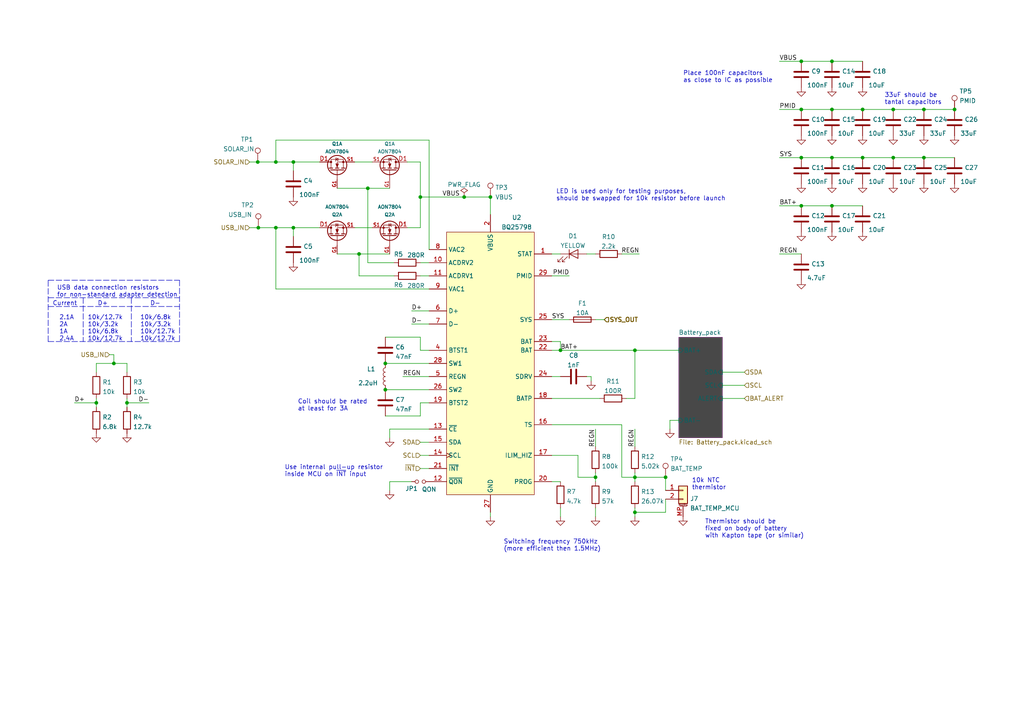
<source format=kicad_sch>
(kicad_sch (version 20210621) (generator eeschema)
  (paper "A4")
  (title_block (title "BUTCube - EPS") (date "2021-06-01") (rev "v1.0") (company "VUT - FIT(STRaDe) & FME(IAE & IPE)") (comment 1 "Author: Petr Malaník"))
  (lib_symbols
    (symbol "Connector:TestPoint" (pin_numbers hide) (pin_names (offset 0.762) hide)
      (property "Reference" "TP" (at 0 6.858 0))
      (property "Value" "TestPoint" (at 0 5.08 0))
      (symbol "TestPoint_0_1"
        (circle (center 0 3.302) (radius 0.762))
      )
      (symbol "TestPoint_1_1"
        (pin passive line (at 0 0 90) (length 2.54) (name "1") (number "1"))
      )
    )
    (symbol "Connector_Generic_MountingPin:Conn_01x02_MountingPin" (pin_names (offset 1.016) hide)
      (property "Reference" "J" (at 0 2.54 0))
      (property "Value" "Conn_01x02_MountingPin" (at 1.27 -5.08 0))
      (symbol "Conn_01x02_MountingPin_1_1"
        (text "Mounting" (at 0 -4.191 0) (effects (font (size 0.381 0.381))))
        (rectangle (start -1.27 -2.413) (end 0 -2.667) (stroke (width 0.1524)))
        (rectangle (start -1.27 0.127) (end 0 -0.127) (stroke (width 0.1524)))
        (rectangle (start -1.27 1.27) (end 1.27 -3.81) (stroke (width 0.254)) (fill (type background)))
        (polyline (pts (xy -1.016 -4.572) (xy 1.016 -4.572)) (stroke (width 0.1524)))
        (pin passive line (at -5.08 0 0) (length 3.81) (name "Pin_1") (number "1"))
        (pin passive line (at -5.08 -2.54 0) (length 3.81) (name "Pin_2") (number "2"))
        (pin passive line (at 0 -7.62 90) (length 3.048) (name "MountPin") (number "MP"))
      )
    )
    (symbol "Device:C" (pin_numbers hide) (pin_names (offset 0.254))
      (property "Reference" "C" (at 0.635 2.54 0))
      (property "Value" "C" (at 0.635 -2.54 0))
      (symbol "C_0_1"
        (polyline (pts (xy -2.032 -0.762) (xy 2.032 -0.762)) (stroke (width 0.508)))
        (polyline (pts (xy -2.032 0.762) (xy 2.032 0.762)) (stroke (width 0.508)))
      )
      (symbol "C_1_1"
        (pin passive line (at 0 3.81 270) (length 2.794) (name "~") (number "1"))
        (pin passive line (at 0 -3.81 90) (length 2.794) (name "~") (number "2"))
      )
    )
    (symbol "Device:Fuse" (pin_numbers hide) (pin_names (offset 0))
      (property "Reference" "F" (at 2.032 0 90))
      (property "Value" "Fuse" (at -1.905 0 90))
      (symbol "Fuse_0_1"
        (rectangle (start -0.762 -2.54) (end 0.762 2.54) (stroke (width 0.254)))
        (polyline (pts (xy 0 2.54) (xy 0 -2.54)))
      )
      (symbol "Fuse_1_1"
        (pin passive line (at 0 3.81 270) (length 1.27) (name "~") (number "1"))
        (pin passive line (at 0 -3.81 90) (length 1.27) (name "~") (number "2"))
      )
    )
    (symbol "Device:Jumper_NO_Small" (pin_numbers hide) (pin_names (offset 0.762) hide)
      (property "Reference" "JP" (at 0 2.032 0))
      (property "Value" "Jumper_NO_Small" (at 0.254 -1.524 0))
      (symbol "Jumper_NO_Small_0_1"
        (circle (center -1.016 0) (radius 0.508))
        (circle (center 1.016 0) (radius 0.508))
        (pin passive line (at -2.54 0 0) (length 1.016) (name "1") (number "1"))
        (pin passive line (at 2.54 0 180) (length 1.016) (name "2") (number "2"))
      )
    )
    (symbol "Device:L" (pin_numbers hide) (pin_names (offset 1.016) hide)
      (property "Reference" "L" (at -1.27 0 90))
      (property "Value" "L" (at 1.905 0 90))
      (symbol "L_0_1"
        (arc (start 0 -2.54) (end 0 -1.27) (radius (at 0 -1.905) (length 0.635) (angles -89.9 89.9)))
        (arc (start 0 -1.27) (end 0 0) (radius (at 0 -0.635) (length 0.635) (angles -89.9 89.9)))
        (arc (start 0 0) (end 0 1.27) (radius (at 0 0.635) (length 0.635) (angles -89.9 89.9)))
        (arc (start 0 1.27) (end 0 2.54) (radius (at 0 1.905) (length 0.635) (angles -89.9 89.9)))
      )
      (symbol "L_1_1"
        (pin passive line (at 0 3.81 270) (length 1.27) (name "1") (number "1"))
        (pin passive line (at 0 -3.81 90) (length 1.27) (name "2") (number "2"))
      )
    )
    (symbol "Device:LED" (pin_numbers hide) (pin_names (offset 1.016) hide)
      (property "Reference" "D" (at 0 2.54 0))
      (property "Value" "LED" (at 0 -2.54 0))
      (symbol "LED_0_1"
        (polyline (pts (xy -1.27 -1.27) (xy -1.27 1.27)) (stroke (width 0.2032)))
        (polyline (pts (xy -1.27 0) (xy 1.27 0)))
        (polyline (pts (xy 1.27 -1.27) (xy 1.27 1.27) (xy -1.27 0) (xy 1.27 -1.27)) (stroke (width 0.2032)))
        (polyline (pts (xy -3.048 -0.762) (xy -4.572 -2.286) (xy -3.81 -2.286) (xy -4.572 -2.286) (xy -4.572 -1.524)))
        (polyline (pts (xy -1.778 -0.762) (xy -3.302 -2.286) (xy -2.54 -2.286) (xy -3.302 -2.286) (xy -3.302 -1.524)))
      )
      (symbol "LED_1_1"
        (pin passive line (at -3.81 0 0) (length 2.54) (name "K") (number "1"))
        (pin passive line (at 3.81 0 180) (length 2.54) (name "A") (number "2"))
      )
    )
    (symbol "Device:R" (pin_numbers hide) (pin_names (offset 0))
      (property "Reference" "R" (at 2.032 0 90))
      (property "Value" "R" (at 0 0 90))
      (symbol "R_0_1"
        (rectangle (start -1.016 -2.54) (end 1.016 2.54) (stroke (width 0.254)))
      )
      (symbol "R_1_1"
        (pin passive line (at 0 3.81 270) (length 1.27) (name "~") (number "1"))
        (pin passive line (at 0 -3.81 90) (length 1.27) (name "~") (number "2"))
      )
    )
    (symbol "TCY_battery_management:BQ25798"
      (property "Reference" "U" (at 0 6.35 0))
      (property "Value" "BQ25798" (at 0 10.16 0))
      (symbol "BQ25798_0_1"
        (rectangle (start -12.7 38.1) (end 12.7 -38.1) (stroke (width 0.1524)) (fill (type background)))
      )
      (symbol "BQ25798_1_1"
        (pin output line (at 17.78 31.75 180) (length 5.08) (name "STAT") (number "1"))
        (pin output line (at -17.78 29.21 0) (length 5.08) (name "ACDRV2") (number "10"))
        (pin output line (at -17.78 25.4 0) (length 5.08) (name "ACDRV1") (number "11"))
        (pin input line (at -17.78 -34.29 0) (length 5.08) (name "~{QON}") (number "12"))
        (pin input line (at -17.78 -19.05 0) (length 5.08) (name "~{CE}") (number "13"))
        (pin input clock (at -17.78 -26.67 0) (length 5.08) (name "SCL") (number "14"))
        (pin bidirectional line (at -17.78 -22.86 0) (length 5.08) (name "SDA") (number "15"))
        (pin input line (at 17.78 -17.78 180) (length 5.08) (name "TS") (number "16"))
        (pin input line (at 17.78 -26.67 180) (length 5.08) (name "ILIM_HIZ") (number "17"))
        (pin input line (at 17.78 -10.16 180) (length 5.08) (name "BATP") (number "18"))
        (pin passive line (at -17.78 -11.43 0) (length 5.08) (name "BTST2") (number "19"))
        (pin power_in line (at 0 43.18 270) (length 5.08) (name "VBUS") (number "2"))
        (pin input line (at 17.78 -34.29 180) (length 5.08) (name "PROG") (number "20"))
        (pin output line (at -17.78 -30.48 0) (length 5.08) (name "~{INT}") (number "21"))
        (pin power_in line (at 17.78 3.81 180) (length 5.08) (name "BAT") (number "22"))
        (pin power_in line (at 17.78 6.35 180) (length 5.08) (name "BAT") (number "23"))
        (pin output line (at 17.78 -3.81 180) (length 5.08) (name "SDRV") (number "24"))
        (pin power_out line (at 17.78 12.7 180) (length 5.08) (name "SYS") (number "25"))
        (pin passive line (at -17.78 -7.62 0) (length 5.08) (name "SW2") (number "26"))
        (pin passive line (at 0 -43.18 90) (length 5.08) (name "GND") (number "27"))
        (pin passive line (at -17.78 0 0) (length 5.08) (name "SW1") (number "28"))
        (pin power_out line (at 17.78 25.4 180) (length 5.08) (name "PMID") (number "29"))
        (pin power_in line (at 0 43.18 270) (length 5.08) hide (name "VBUS") (number "3"))
        (pin passive line (at -17.78 3.81 0) (length 5.08) (name "BTST1") (number "4"))
        (pin passive line (at -17.78 -3.81 0) (length 5.08) (name "REGN") (number "5"))
        (pin bidirectional line (at -17.78 15.24 0) (length 5.08) (name "D+") (number "6"))
        (pin bidirectional line (at -17.78 11.43 0) (length 5.08) (name "D-") (number "7"))
        (pin power_in line (at -17.78 33.02 0) (length 5.08) (name "VAC2") (number "8"))
        (pin power_in line (at -17.78 21.59 0) (length 5.08) (name "VAC1") (number "9"))
      )
    )
    (symbol "TCY_transistors:AON7804" (pin_names hide)
      (property "Reference" "Q" (at 7.62 1.27 0))
      (property "Value" "AON7804" (at 7.62 -1.27 0))
      (symbol "AON7804_0_1"
        (circle (center 1.651 0) (radius 2.794) (stroke (width 0.254)))
        (circle (center 2.54 -1.778) (radius 0.254) (fill (type outline)))
        (circle (center 2.54 1.778) (radius 0.254) (fill (type outline)))
        (polyline (pts (xy 0.254 0) (xy -2.54 0)))
        (polyline (pts (xy 0.254 1.905) (xy 0.254 -1.905)) (stroke (width 0.254)))
        (polyline (pts (xy 0.762 -1.27) (xy 0.762 -2.286)) (stroke (width 0.254)))
        (polyline (pts (xy 0.762 0.508) (xy 0.762 -0.508)) (stroke (width 0.254)))
        (polyline (pts (xy 0.762 2.286) (xy 0.762 1.27)) (stroke (width 0.254)))
        (polyline (pts (xy 2.54 2.54) (xy 2.54 1.778)))
        (polyline (pts (xy 2.54 2.54) (xy 2.54 1.778)))
        (polyline (pts (xy 2.54 -2.54) (xy 2.54 0) (xy 0.762 0)))
        (polyline (pts (xy 0.762 -1.778) (xy 3.302 -1.778) (xy 3.302 1.778) (xy 0.762 1.778)))
        (polyline (pts (xy 2.794 0.508) (xy 2.921 0.381) (xy 3.683 0.381) (xy 3.81 0.254)))
        (polyline (pts (xy 3.302 0.381) (xy 2.921 -0.254) (xy 3.683 -0.254) (xy 3.302 0.381)))
        (polyline (pts (xy 1.016 0) (xy 2.032 0.381) (xy 2.032 -0.381) (xy 1.016 0)) (fill (type outline)))
      )
      (symbol "AON7804_1_1"
        (pin passive line (at 2.54 5.08 270) (length 2.54) (name "D2") (number "D1"))
        (pin passive line (at 2.54 5.08 270) (length 2.54) hide (name "D2") (number "D1"))
        (pin passive line (at -5.08 0 0) (length 2.54) (name "G1") (number "G1"))
        (pin passive line (at 2.54 -5.08 90) (length 2.54) (name "S") (number "S1"))
      )
      (symbol "AON7804_2_1"
        (pin passive line (at 2.54 5.08 270) (length 2.54) (name "D2") (number "D2"))
        (pin passive line (at 2.54 5.08 270) (length 2.54) hide (name "D2") (number "D2"))
        (pin passive line (at -5.08 0 0) (length 2.54) (name "G2") (number "G2"))
        (pin passive line (at 2.54 -5.08 90) (length 2.54) (name "S2") (number "S2"))
      )
    )
    (symbol "power:GND" (power) (pin_names (offset 0))
      (property "Value" "GND" (at 0 -3.81 0))
      (symbol "GND_0_1"
        (polyline (pts (xy 0 0) (xy 0 -1.27) (xy 1.27 -1.27) (xy 0 -2.54) (xy -1.27 -1.27) (xy 0 -1.27)))
      )
      (symbol "GND_1_1"
        (pin power_in line (at 0 0 270) (length 0) hide (name "GND") (number "1"))
      )
    )
    (symbol "power:PWR_FLAG" (power) (pin_numbers hide) (pin_names (offset 0) hide)
      (property "Value" "PWR_FLAG" (at 0 3.81 0))
      (symbol "PWR_FLAG_0_0"
        (pin power_out line (at 0 0 90) (length 0) (name "pwr") (number "1"))
      )
      (symbol "PWR_FLAG_0_1"
        (polyline (pts (xy 0 0) (xy 0 1.27) (xy -1.016 1.905) (xy 0 2.54) (xy 1.016 1.905) (xy 0 1.27)))
      )
    )
  )
  (junction (at 27.94 116.84) (diameter 0.9144))
  (junction (at 33.02 105.41) (diameter 0.9144))
  (junction (at 36.83 116.84) (diameter 0.9144))
  (junction (at 74.7583 46.99) (diameter 0.9144))
  (junction (at 74.93 66.04) (diameter 0.9144))
  (junction (at 80.01 46.99) (diameter 0.9144))
  (junction (at 80.01 66.04) (diameter 0.9144))
  (junction (at 85.09 46.99) (diameter 0.9144))
  (junction (at 85.09 66.04) (diameter 0.9144))
  (junction (at 104.14 73.66) (diameter 0.9144))
  (junction (at 106.68 54.61) (diameter 0.9144))
  (junction (at 111.76 105.41) (diameter 0.9144))
  (junction (at 111.76 113.03) (diameter 0.9144))
  (junction (at 121.92 57.15) (diameter 0.9144))
  (junction (at 134.62 57.15) (diameter 0.9144))
  (junction (at 142.24 57.15) (diameter 0.9144))
  (junction (at 162.56 101.6) (diameter 0.9144))
  (junction (at 172.72 138.43) (diameter 0.9144))
  (junction (at 184.15 101.6) (diameter 0.9144))
  (junction (at 184.15 138.43) (diameter 0.9144))
  (junction (at 184.15 148.59) (diameter 0.9144))
  (junction (at 193.04 138.43) (diameter 0.9144))
  (junction (at 232.41 17.78) (diameter 0.9144))
  (junction (at 232.41 31.75) (diameter 0.9144))
  (junction (at 232.41 45.72) (diameter 0.9144))
  (junction (at 232.41 59.69) (diameter 0.9144))
  (junction (at 241.3 17.78) (diameter 0.9144))
  (junction (at 241.3 31.75) (diameter 0.9144))
  (junction (at 241.3 45.72) (diameter 0.9144))
  (junction (at 241.3 59.69) (diameter 0.9144))
  (junction (at 250.19 31.75) (diameter 0.9144))
  (junction (at 250.19 45.72) (diameter 0.9144))
  (junction (at 259.08 31.75) (diameter 0.9144))
  (junction (at 259.08 45.72) (diameter 0.9144))
  (junction (at 267.97 31.75) (diameter 0.9144))
  (junction (at 267.97 45.72) (diameter 0.9144))
  (junction (at 276.86 31.75) (diameter 0.9144))
  (wire (pts (xy 21.59 116.84) (xy 27.94 116.84)))
  (wire (pts (xy 27.94 105.41) (xy 27.94 107.95)))
  (wire (pts (xy 27.94 115.57) (xy 27.94 116.84)))
  (wire (pts (xy 27.94 116.84) (xy 27.94 118.11)))
  (wire (pts (xy 31.75 102.87) (xy 33.02 102.87)))
  (wire (pts (xy 33.02 102.87) (xy 33.02 105.41)))
  (wire (pts (xy 33.02 105.41) (xy 27.94 105.41)))
  (wire (pts (xy 33.02 105.41) (xy 36.83 105.41)))
  (wire (pts (xy 36.83 105.41) (xy 36.83 107.95)))
  (wire (pts (xy 36.83 115.57) (xy 36.83 116.84)))
  (wire (pts (xy 36.83 116.84) (xy 36.83 118.11)))
  (wire (pts (xy 36.83 116.84) (xy 43.18 116.84)))
  (wire (pts (xy 72.39 46.99) (xy 74.7583 46.99)))
  (wire (pts (xy 72.39 66.04) (xy 74.93 66.04)))
  (wire (pts (xy 74.7583 46.99) (xy 80.01 46.99)))
  (wire (pts (xy 74.93 66.04) (xy 80.01 66.04)))
  (wire (pts (xy 80.01 40.64) (xy 80.01 46.99)))
  (wire (pts (xy 80.01 40.64) (xy 124.46 40.64)))
  (wire (pts (xy 80.01 46.99) (xy 85.09 46.99)))
  (wire (pts (xy 80.01 66.04) (xy 80.01 83.82)))
  (wire (pts (xy 80.01 66.04) (xy 85.09 66.04)))
  (wire (pts (xy 85.09 46.99) (xy 85.09 49.53)))
  (wire (pts (xy 85.09 46.99) (xy 92.71 46.99)))
  (wire (pts (xy 85.09 66.04) (xy 85.09 68.58)))
  (wire (pts (xy 85.09 66.04) (xy 92.71 66.04)))
  (wire (pts (xy 97.79 54.61) (xy 106.68 54.61)))
  (wire (pts (xy 97.79 73.66) (xy 104.14 73.66)))
  (wire (pts (xy 102.87 46.99) (xy 107.95 46.99)))
  (wire (pts (xy 102.87 66.04) (xy 107.95 66.04)))
  (wire (pts (xy 104.14 73.66) (xy 104.14 80.01)))
  (wire (pts (xy 104.14 73.66) (xy 113.03 73.66)))
  (wire (pts (xy 104.14 80.01) (xy 114.3 80.01)))
  (wire (pts (xy 106.68 54.61) (xy 106.68 76.2)))
  (wire (pts (xy 106.68 54.61) (xy 113.03 54.61)))
  (wire (pts (xy 106.68 76.2) (xy 114.3 76.2)))
  (wire (pts (xy 111.76 97.79) (xy 121.92 97.79)))
  (wire (pts (xy 111.76 105.41) (xy 124.46 105.41)))
  (wire (pts (xy 111.76 113.03) (xy 124.46 113.03)))
  (wire (pts (xy 111.76 120.65) (xy 121.92 120.65)))
  (wire (pts (xy 113.03 124.46) (xy 113.03 127)))
  (wire (pts (xy 113.03 139.7) (xy 113.03 142.24)))
  (wire (pts (xy 116.84 109.22) (xy 124.46 109.22)))
  (wire (pts (xy 118.11 46.99) (xy 121.92 46.99)))
  (wire (pts (xy 118.11 66.04) (xy 121.92 66.04)))
  (wire (pts (xy 119.38 90.17) (xy 124.46 90.17)))
  (wire (pts (xy 119.38 93.98) (xy 124.46 93.98)))
  (wire (pts (xy 119.38 139.7) (xy 113.03 139.7)))
  (wire (pts (xy 121.92 46.99) (xy 121.92 57.15)))
  (wire (pts (xy 121.92 57.15) (xy 134.62 57.15)))
  (wire (pts (xy 121.92 66.04) (xy 121.92 57.15)))
  (wire (pts (xy 121.92 76.2) (xy 124.46 76.2)))
  (wire (pts (xy 121.92 80.01) (xy 124.46 80.01)))
  (wire (pts (xy 121.92 101.6) (xy 121.92 97.79)))
  (wire (pts (xy 121.92 116.84) (xy 121.92 120.65)))
  (wire (pts (xy 121.92 128.27) (xy 124.46 128.27)))
  (wire (pts (xy 121.92 132.08) (xy 124.46 132.08)))
  (wire (pts (xy 121.92 135.89) (xy 124.46 135.89)))
  (wire (pts (xy 124.46 40.64) (xy 124.46 72.39)))
  (wire (pts (xy 124.46 83.82) (xy 80.01 83.82)))
  (wire (pts (xy 124.46 101.6) (xy 121.92 101.6)))
  (wire (pts (xy 124.46 116.84) (xy 121.92 116.84)))
  (wire (pts (xy 124.46 124.46) (xy 113.03 124.46)))
  (wire (pts (xy 134.62 57.15) (xy 142.24 57.15)))
  (wire (pts (xy 142.24 57.15) (xy 142.24 62.23)))
  (wire (pts (xy 142.24 148.59) (xy 142.24 149.86)))
  (wire (pts (xy 160.02 73.66) (xy 162.56 73.66)))
  (wire (pts (xy 160.02 80.01) (xy 165.1 80.01)))
  (wire (pts (xy 160.02 92.71) (xy 165.1 92.71)))
  (wire (pts (xy 160.02 99.06) (xy 162.56 99.06)))
  (wire (pts (xy 160.02 101.6) (xy 162.56 101.6)))
  (wire (pts (xy 160.02 109.22) (xy 162.56 109.22)))
  (wire (pts (xy 160.02 115.57) (xy 173.99 115.57)))
  (wire (pts (xy 160.02 123.19) (xy 180.34 123.19)))
  (wire (pts (xy 160.02 139.7) (xy 162.56 139.7)))
  (wire (pts (xy 162.56 99.06) (xy 162.56 101.6)))
  (wire (pts (xy 162.56 101.6) (xy 184.15 101.6)))
  (wire (pts (xy 162.56 147.32) (xy 162.56 149.86)))
  (wire (pts (xy 167.64 132.08) (xy 160.02 132.08)))
  (wire (pts (xy 167.64 138.43) (xy 167.64 132.08)))
  (wire (pts (xy 167.64 138.43) (xy 172.72 138.43)))
  (wire (pts (xy 170.18 73.66) (xy 172.72 73.66)))
  (wire (pts (xy 170.18 109.22) (xy 171.45 109.22)))
  (wire (pts (xy 171.45 109.22) (xy 171.45 110.49)))
  (wire (pts (xy 172.72 92.71) (xy 175.26 92.71)))
  (wire (pts (xy 172.72 124.46) (xy 172.72 129.54)))
  (wire (pts (xy 172.72 137.16) (xy 172.72 138.43)))
  (wire (pts (xy 172.72 138.43) (xy 172.72 139.7)))
  (wire (pts (xy 172.72 147.32) (xy 172.72 149.86)))
  (wire (pts (xy 180.34 73.66) (xy 185.42 73.66)))
  (wire (pts (xy 180.34 138.43) (xy 180.34 123.19)))
  (wire (pts (xy 181.61 115.57) (xy 184.15 115.57)))
  (wire (pts (xy 184.15 101.6) (xy 196.85 101.6)))
  (wire (pts (xy 184.15 115.57) (xy 184.15 101.6)))
  (wire (pts (xy 184.15 124.46) (xy 184.15 129.54)))
  (wire (pts (xy 184.15 137.16) (xy 184.15 138.43)))
  (wire (pts (xy 184.15 138.43) (xy 180.34 138.43)))
  (wire (pts (xy 184.15 138.43) (xy 184.15 139.7)))
  (wire (pts (xy 184.15 138.43) (xy 193.04 138.43)))
  (wire (pts (xy 184.15 147.32) (xy 184.15 148.59)))
  (wire (pts (xy 184.15 148.59) (xy 184.15 149.86)))
  (wire (pts (xy 184.15 148.59) (xy 193.04 148.59)))
  (wire (pts (xy 193.04 142.24) (xy 193.04 138.43)))
  (wire (pts (xy 193.04 144.78) (xy 193.04 148.59)))
  (wire (pts (xy 194.31 121.92) (xy 194.31 124.46)))
  (wire (pts (xy 196.85 121.92) (xy 194.31 121.92)))
  (wire (pts (xy 209.55 107.95) (xy 215.9 107.95)))
  (wire (pts (xy 209.55 111.76) (xy 215.9 111.76)))
  (wire (pts (xy 209.55 115.57) (xy 215.9 115.57)))
  (wire (pts (xy 226.06 17.78) (xy 232.41 17.78)))
  (wire (pts (xy 226.06 31.75) (xy 232.41 31.75)))
  (wire (pts (xy 226.06 45.72) (xy 232.41 45.72)))
  (wire (pts (xy 226.06 59.69) (xy 232.41 59.69)))
  (wire (pts (xy 226.06 73.66) (xy 232.41 73.66)))
  (wire (pts (xy 232.41 17.78) (xy 241.3 17.78)))
  (wire (pts (xy 232.41 31.75) (xy 241.3 31.75)))
  (wire (pts (xy 232.41 45.72) (xy 241.3 45.72)))
  (wire (pts (xy 232.41 59.69) (xy 241.3 59.69)))
  (wire (pts (xy 241.3 17.78) (xy 250.19 17.78)))
  (wire (pts (xy 241.3 31.75) (xy 250.19 31.75)))
  (wire (pts (xy 241.3 45.72) (xy 250.19 45.72)))
  (wire (pts (xy 241.3 59.69) (xy 250.19 59.69)))
  (wire (pts (xy 250.19 31.75) (xy 259.08 31.75)))
  (wire (pts (xy 250.19 45.72) (xy 259.08 45.72)))
  (wire (pts (xy 259.08 31.75) (xy 267.97 31.75)))
  (wire (pts (xy 259.08 45.72) (xy 267.97 45.72)))
  (wire (pts (xy 267.97 31.75) (xy 276.86 31.75)))
  (wire (pts (xy 267.97 45.72) (xy 276.86 45.72)))
  (polyline (pts (xy 13.97 81.28) (xy 52.07 81.28)) (stroke (width 0) (type dash)))
  (polyline (pts (xy 13.97 86.36) (xy 52.07 86.36)) (stroke (width 0) (type dash)))
  (polyline (pts (xy 13.97 88.9) (xy 52.07 88.9)) (stroke (width 0) (type dash)))
  (polyline (pts (xy 13.97 99.06) (xy 13.97 81.28)) (stroke (width 0) (type dash)))
  (polyline (pts (xy 13.97 99.06) (xy 52.07 99.06)) (stroke (width 0) (type dash)))
  (polyline (pts (xy 24.13 86.36) (xy 24.13 99.06)) (stroke (width 0) (type dash)))
  (polyline (pts (xy 38.1 86.36) (xy 38.1 99.06)) (stroke (width 0) (type dash)))
  (polyline (pts (xy 52.07 81.28) (xy 52.07 99.06)) (stroke (width 0) (type dash)))
  (text "Current\n\n  2.1A\n  2A\n  1A\n  2.4A" (at 15.24 99.06 0) (effects (font (size 1.27 1.27)) (justify left bottom)))
  (text "USB data connection resistors\nfor non-standard adapter detection" (at 16.51 86.36 0) (effects (font (size 1.27 1.27)) (justify left bottom)))
  (text "   D+\n\n10k/12.7k\n10k/3.2k\n10k/6.8k\n10k/12.7k" (at 25.4 99.06 0) (effects (font (size 1.27 1.27)) (justify left bottom)))
  (text "   D-\n\n10k/6.8k\n10k/3.2k\n10k/12.7k\n10k/12.7k" (at 40.64 99.06 0) (effects (font (size 1.27 1.27)) (justify left bottom)))
  (text "Use internal pull-up resistor\ninside MCU on ~{INT} input" (at 82.55 138.43 0) (effects (font (size 1.27 1.27)) (justify left bottom)))
  (text "Coil should be rated\nat least for 3A" (at 86.36 119.38 0) (effects (font (size 1.27 1.27)) (justify left bottom)))
  (text "Switching frequency 750kHz\n(more efficient then 1.5MHz)" (at 146.05 160.02 0) (effects (font (size 1.27 1.27)) (justify left bottom)))
  (text "LED is used only for testing purposes,\nshould be swapped for 10k resistor before launch" (at 161.29 58.42 0) (effects (font (size 1.27 1.27)) (justify left bottom)))
  (text "Place 100nF capacitors\nas close to IC as possible" (at 198.12 24.13 0) (effects (font (size 1.27 1.27)) (justify left bottom)))
  (text "10k NTC\nthermistor" (at 200.66 142.24 0) (effects (font (size 1.27 1.27)) (justify left bottom)))
  (text "Thermistor should be\nfixed on body of battery\nwith Kapton tape (or similar)" (at 204.47 156.21 0) (effects (font (size 1.27 1.27)) (justify left bottom)))
  (text "33uF should be\ntantal capacitors" (at 256.54 30.48 0) (effects (font (size 1.27 1.27)) (justify left bottom)))
  (label "D+" (at 21.59 116.84 0))
  (label "D-" (at 43.18 116.84 180))
  (label "REGN" (at 116.84 109.22 0))
  (label "D+" (at 119.38 90.17 0))
  (label "D-" (at 119.38 93.98 0))
  (label "VBUS" (at 128.27 57.15 0))
  (label "SYS" (at 160.02 92.71 0))
  (label "BAT+" (at 162.56 101.6 0))
  (label "PMID" (at 165.1 80.01 180))
  (label "REGN" (at 172.72 124.46 270))
  (label "REGN" (at 184.15 124.46 270))
  (label "REGN" (at 185.42 73.66 180))
  (label "VBUS" (at 226.06 17.78 0))
  (label "PMID" (at 226.06 31.75 0))
  (label "SYS" (at 226.06 45.72 0))
  (label "BAT+" (at 226.06 59.69 0))
  (label "REGN" (at 226.06 73.66 0))
  (hierarchical_label "USB_IN" (shape input) (at 31.75 102.87 180))
  (hierarchical_label "SOLAR_IN" (shape input) (at 72.39 46.99 180))
  (hierarchical_label "USB_IN" (shape input) (at 72.39 66.04 180))
  (hierarchical_label "SDA" (shape input) (at 121.92 128.27 180))
  (hierarchical_label "SCL" (shape input) (at 121.92 132.08 180))
  (hierarchical_label "~{INT}" (shape input) (at 121.92 135.89 180))
  (hierarchical_label "SYS_OUT" (shape input) (at 175.26 92.71 0) (effects (font (thickness 0.254))))
  (hierarchical_label "SDA" (shape input) (at 215.9 107.95 0))
  (hierarchical_label "SCL" (shape input) (at 215.9 111.76 0))
  (hierarchical_label "BAT_ALERT" (shape input) (at 215.9 115.57 0))
  (symbol (lib_id "power:PWR_FLAG") (at 134.62 57.15 0)
    (property "Reference" "#FLG02" (effects hide))
    (property "Value" "PWR_FLAG" (at 134.62 53.5454 0))
  )
  (symbol (lib_id "Device:Jumper_NO_Small") (at 121.92 139.7 0)
    (property "Reference" "JP1" (at 119.38 141.7024 0))
    (property "Value" "QON" (at 124.46 141.9375 0))
    (property "Footprint" "Jumper:SolderJumper-2_P1.3mm_Open_RoundedPad1.0x1.5mm" (effects hide))
  )
  (symbol (lib_id "Connector:TestPoint") (at 74.7583 46.99 0)
    (property "Reference" "TP1" (at 69.8054 40.43 0) (effects (justify left)))
    (property "Value" "SOLAR_IN" (at 64.7254 43.2051 0) (effects (justify left)))
    (property "Footprint" "TCY_connectors:TestPoint_Pad_D0.5mm" (effects hide))
  )
  (symbol (lib_id "Connector:TestPoint") (at 74.93 66.04 0)
    (property "Reference" "TP2" (at 69.9771 59.48 0) (effects (justify left)))
    (property "Value" "USB_IN" (at 66.1671 62.2551 0) (effects (justify left)))
    (property "Footprint" "TCY_connectors:TestPoint_Pad_D0.5mm" (effects hide))
  )
  (symbol (lib_id "Connector:TestPoint") (at 142.24 57.15 0)
    (property "Reference" "TP3" (at 143.6371 54.4 0) (effects (justify left)))
    (property "Value" "VBUS" (at 143.6371 57.1751 0) (effects (justify left)))
    (property "Footprint" "TCY_connectors:TestPoint_Pad_D0.5mm" (effects hide))
  )
  (symbol (lib_id "Connector:TestPoint") (at 193.04 138.43 0)
    (property "Reference" "TP4" (at 194.4371 133.14 0) (effects (justify left)))
    (property "Value" "BAT_TEMP" (at 194.4371 135.9151 0) (effects (justify left)))
    (property "Footprint" "TCY_connectors:TestPoint_Pad_D0.5mm" (effects hide))
  )
  (symbol (lib_id "Connector:TestPoint") (at 276.86 31.75 0)
    (property "Reference" "TP5" (at 278.2571 26.46 0) (effects (justify left)))
    (property "Value" "PMID" (at 278.2571 29.2351 0) (effects (justify left)))
    (property "Footprint" "TCY_connectors:TestPoint_Pad_D0.5mm" (effects hide))
  )
  (symbol (lib_id "power:GND") (at 27.94 125.73 0)
    (property "Reference" "#PWR021" (effects hide))
    (property "Value" "GND" (effects hide))
  )
  (symbol (lib_id "power:GND") (at 36.83 125.73 0)
    (property "Reference" "#PWR022" (effects hide))
    (property "Value" "GND" (effects hide))
  )
  (symbol (lib_id "power:GND") (at 85.09 57.15 0)
    (property "Reference" "#PWR023" (effects hide))
    (property "Value" "GND" (effects hide))
  )
  (symbol (lib_id "power:GND") (at 85.09 76.2 0)
    (property "Reference" "#PWR024" (effects hide))
    (property "Value" "GND" (effects hide))
  )
  (symbol (lib_id "power:GND") (at 113.03 127 0)
    (property "Reference" "#PWR025" (effects hide))
    (property "Value" "GND" (effects hide))
  )
  (symbol (lib_id "power:GND") (at 113.03 142.24 0)
    (property "Reference" "#PWR026" (effects hide))
    (property "Value" "GND" (effects hide))
  )
  (symbol (lib_id "power:GND") (at 142.24 149.86 0)
    (property "Reference" "#PWR027" (effects hide))
    (property "Value" "GND" (effects hide))
  )
  (symbol (lib_id "power:GND") (at 162.56 149.86 0)
    (property "Reference" "#PWR028" (effects hide))
    (property "Value" "GND" (effects hide))
  )
  (symbol (lib_id "power:GND") (at 171.45 110.49 0)
    (property "Reference" "#PWR029" (effects hide))
    (property "Value" "GND" (effects hide))
  )
  (symbol (lib_id "power:GND") (at 172.72 149.86 0)
    (property "Reference" "#PWR030" (effects hide))
    (property "Value" "GND" (effects hide))
  )
  (symbol (lib_id "power:GND") (at 184.15 149.86 0)
    (property "Reference" "#PWR031" (effects hide))
    (property "Value" "GND" (effects hide))
  )
  (symbol (lib_id "power:GND") (at 194.31 124.46 0)
    (property "Reference" "#PWR032" (effects hide))
    (property "Value" "GND" (effects hide))
  )
  (symbol (lib_id "power:GND") (at 198.12 149.86 0)
    (property "Reference" "#PWR033" (effects hide))
    (property "Value" "GND" (effects hide))
  )
  (symbol (lib_id "power:GND") (at 232.41 25.4 0)
    (property "Reference" "#PWR034" (effects hide))
    (property "Value" "GND" (effects hide))
  )
  (symbol (lib_id "power:GND") (at 232.41 39.37 0)
    (property "Reference" "#PWR035" (effects hide))
    (property "Value" "GND" (effects hide))
  )
  (symbol (lib_id "power:GND") (at 232.41 53.34 0)
    (property "Reference" "#PWR036" (effects hide))
    (property "Value" "GND" (effects hide))
  )
  (symbol (lib_id "power:GND") (at 232.41 67.31 0)
    (property "Reference" "#PWR037" (effects hide))
    (property "Value" "GND" (effects hide))
  )
  (symbol (lib_id "power:GND") (at 232.41 81.28 0)
    (property "Reference" "#PWR038" (effects hide))
    (property "Value" "GND" (effects hide))
  )
  (symbol (lib_id "power:GND") (at 241.3 25.4 0)
    (property "Reference" "#PWR039" (effects hide))
    (property "Value" "GND" (effects hide))
  )
  (symbol (lib_id "power:GND") (at 241.3 39.37 0)
    (property "Reference" "#PWR040" (effects hide))
    (property "Value" "GND" (effects hide))
  )
  (symbol (lib_id "power:GND") (at 241.3 53.34 0)
    (property "Reference" "#PWR041" (effects hide))
    (property "Value" "GND" (effects hide))
  )
  (symbol (lib_id "power:GND") (at 241.3 67.31 0)
    (property "Reference" "#PWR042" (effects hide))
    (property "Value" "GND" (effects hide))
  )
  (symbol (lib_id "power:GND") (at 250.19 25.4 0)
    (property "Reference" "#PWR043" (effects hide))
    (property "Value" "GND" (effects hide))
  )
  (symbol (lib_id "power:GND") (at 250.19 39.37 0)
    (property "Reference" "#PWR044" (effects hide))
    (property "Value" "GND" (effects hide))
  )
  (symbol (lib_id "power:GND") (at 250.19 53.34 0)
    (property "Reference" "#PWR045" (effects hide))
    (property "Value" "GND" (effects hide))
  )
  (symbol (lib_id "power:GND") (at 250.19 67.31 0)
    (property "Reference" "#PWR046" (effects hide))
    (property "Value" "GND" (effects hide))
  )
  (symbol (lib_id "power:GND") (at 259.08 39.37 0)
    (property "Reference" "#PWR047" (effects hide))
    (property "Value" "GND" (effects hide))
  )
  (symbol (lib_id "power:GND") (at 259.08 53.34 0)
    (property "Reference" "#PWR048" (effects hide))
    (property "Value" "GND" (effects hide))
  )
  (symbol (lib_id "power:GND") (at 267.97 39.37 0)
    (property "Reference" "#PWR049" (effects hide))
    (property "Value" "GND" (effects hide))
  )
  (symbol (lib_id "power:GND") (at 267.97 53.34 0)
    (property "Reference" "#PWR050" (effects hide))
    (property "Value" "GND" (effects hide))
  )
  (symbol (lib_id "power:GND") (at 276.86 39.37 0)
    (property "Reference" "#PWR051" (effects hide))
    (property "Value" "GND" (effects hide))
  )
  (symbol (lib_id "power:GND") (at 276.86 53.34 0)
    (property "Reference" "#PWR052" (effects hide))
    (property "Value" "GND" (effects hide))
  )
  (symbol (lib_id "Device:L") (at 111.76 109.22 180)
    (property "Reference" "L1" (at 106.4261 107.0415 0) (effects (justify right)))
    (property "Value" "2.2uH" (at 103.8861 111.0866 0) (effects (justify right)))
    (property "Footprint" "Inductor_SMD:L_Taiyo-Yuden_MD-5050" (effects hide))
  )
  (symbol (lib_id "Device:Fuse") (at 168.91 92.71 90)
    (property "Reference" "F1" (at 168.91 87.9814 90))
    (property "Value" "10A" (at 168.91 90.7565 90))
    (property "Footprint" "Fuse:Fuse_1206_3216Metric" (effects hide))
  )
  (symbol (lib_id "Device:R") (at 27.94 111.76 0)
    (property "Reference" "R1" (at 29.7181 110.8515 0) (effects (justify left)))
    (property "Value" "10k" (at 29.7181 113.6266 0) (effects (justify left)))
    (property "Footprint" "TCY_passives:R_0603_1608Metric" (effects hide))
  )
  (symbol (lib_id "Device:R") (at 27.94 121.92 0)
    (property "Reference" "R2" (at 29.7181 121.0115 0) (effects (justify left)))
    (property "Value" "6.8k" (at 29.7181 123.7866 0) (effects (justify left)))
    (property "Footprint" "TCY_passives:R_0603_1608Metric" (effects hide))
  )
  (symbol (lib_id "Device:R") (at 36.83 111.76 0)
    (property "Reference" "R3" (at 38.6081 110.8515 0) (effects (justify left)))
    (property "Value" "10k" (at 38.6081 113.6266 0) (effects (justify left)))
    (property "Footprint" "TCY_passives:R_0603_1608Metric" (effects hide))
  )
  (symbol (lib_id "Device:R") (at 36.83 121.92 0)
    (property "Reference" "R4" (at 38.6081 121.0115 0) (effects (justify left)))
    (property "Value" "12.7k" (at 38.6081 123.7866 0) (effects (justify left)))
    (property "Footprint" "TCY_passives:R_0603_1608Metric" (effects hide))
  )
  (symbol (lib_id "Device:R") (at 118.11 76.2 90)
    (property "Reference" "R5" (at 115.57 73.7574 90))
    (property "Value" "280R" (at 120.65 73.9925 90))
    (property "Footprint" "TCY_passives:R_0603_1608Metric" (effects hide))
  )
  (symbol (lib_id "Device:R") (at 118.11 80.01 90)
    (property "Reference" "R6" (at 115.57 82.6474 90))
    (property "Value" "280R" (at 120.65 82.8825 90))
    (property "Footprint" "TCY_passives:R_0603_1608Metric" (effects hide))
  )
  (symbol (lib_id "Device:R") (at 162.56 143.51 0)
    (property "Reference" "R7" (at 164.3381 142.6015 0) (effects (justify left)))
    (property "Value" "4.7k" (at 164.3381 145.3766 0) (effects (justify left)))
    (property "Footprint" "TCY_passives:R_0603_1608Metric" (effects hide))
  )
  (symbol (lib_id "Device:R") (at 172.72 133.35 0)
    (property "Reference" "R8" (at 174.4981 132.4415 0) (effects (justify left)))
    (property "Value" "100k" (at 174.4981 135.2166 0) (effects (justify left)))
    (property "Footprint" "TCY_passives:R_0603_1608Metric" (effects hide))
  )
  (symbol (lib_id "Device:R") (at 172.72 143.51 0)
    (property "Reference" "R9" (at 174.4981 142.6015 0) (effects (justify left)))
    (property "Value" "57k" (at 174.4981 145.3766 0) (effects (justify left)))
    (property "Footprint" "TCY_passives:R_0603_1608Metric" (effects hide))
  )
  (symbol (lib_id "Device:R") (at 176.53 73.66 90)
    (property "Reference" "R10" (at 176.53 68.6774 90))
    (property "Value" "2.2k" (at 176.53 71.4525 90))
    (property "Footprint" "TCY_passives:R_0603_1608Metric" (effects hide))
  )
  (symbol (lib_id "Device:R") (at 177.8 115.57 90)
    (property "Reference" "R11" (at 177.8 110.5874 90))
    (property "Value" "100R" (at 177.8 113.3625 90))
    (property "Footprint" "TCY_passives:R_0603_1608Metric" (effects hide))
  )
  (symbol (lib_id "Device:R") (at 184.15 133.35 0)
    (property "Reference" "R12" (at 185.9281 132.4415 0) (effects (justify left)))
    (property "Value" "5.02k" (at 185.9281 135.2166 0) (effects (justify left)))
    (property "Footprint" "TCY_passives:R_0603_1608Metric" (effects hide))
  )
  (symbol (lib_id "Device:R") (at 184.15 143.51 0)
    (property "Reference" "R13" (at 185.9281 142.6015 0) (effects (justify left)))
    (property "Value" "26.07k" (at 185.9281 145.3766 0) (effects (justify left)))
    (property "Footprint" "TCY_passives:R_0603_1608Metric" (effects hide))
  )
  (symbol (lib_id "Device:LED") (at 166.37 73.66 0)
    (property "Reference" "D1" (at 166.1795 68.4488 0))
    (property "Value" "YELLOW" (at 166.1795 71.2239 0))
    (property "Footprint" "LED_SMD:LED_0603_1608Metric_Castellated" (effects hide))
  )
  (symbol (lib_id "Device:C") (at 85.09 53.34 0)
    (property "Reference" "C4" (at 88.0111 52.4315 0) (effects (justify left)))
    (property "Value" "100nF" (at 86.7411 56.4766 0) (effects (justify left)))
    (property "Footprint" "TCY_passives:C_0603_1608Metric" (effects hide))
  )
  (symbol (lib_id "Device:C") (at 85.09 72.39 0)
    (property "Reference" "C5" (at 88.0111 71.4815 0) (effects (justify left)))
    (property "Value" "100nF" (at 86.7411 75.5266 0) (effects (justify left)))
    (property "Footprint" "TCY_passives:C_0603_1608Metric" (effects hide))
  )
  (symbol (lib_id "Device:C") (at 111.76 101.6 0)
    (property "Reference" "C6" (at 114.6811 100.6915 0) (effects (justify left)))
    (property "Value" "47nF" (at 114.6811 103.4666 0) (effects (justify left)))
    (property "Footprint" "TCY_passives:C_0603_1608Metric" (effects hide))
  )
  (symbol (lib_id "Device:C") (at 111.76 116.84 0)
    (property "Reference" "C7" (at 114.6811 115.9315 0) (effects (justify left)))
    (property "Value" "47nF" (at 114.6811 118.7066 0) (effects (justify left)))
    (property "Footprint" "TCY_passives:C_0603_1608Metric" (effects hide))
  )
  (symbol (lib_id "Device:C") (at 166.37 109.22 90)
    (property "Reference" "C8" (at 166.37 103.0944 90))
    (property "Value" "1nF" (at 166.37 105.8695 90))
    (property "Footprint" "TCY_passives:C_0603_1608Metric" (effects hide))
  )
  (symbol (lib_id "Device:C") (at 232.41 21.59 0)
    (property "Reference" "C9" (at 235.3311 20.6815 0) (effects (justify left)))
    (property "Value" "100nF" (at 234.0611 24.7266 0) (effects (justify left)))
    (property "Footprint" "TCY_passives:C_0603_1608Metric" (effects hide))
  )
  (symbol (lib_id "Device:C") (at 232.41 35.56 0)
    (property "Reference" "C10" (at 235.3311 34.6515 0) (effects (justify left)))
    (property "Value" "100nF" (at 234.0611 38.6966 0) (effects (justify left)))
    (property "Footprint" "TCY_passives:C_0603_1608Metric" (effects hide))
  )
  (symbol (lib_id "Device:C") (at 232.41 49.53 0)
    (property "Reference" "C11" (at 235.3311 48.6215 0) (effects (justify left)))
    (property "Value" "100nF" (at 234.0611 52.6666 0) (effects (justify left)))
    (property "Footprint" "TCY_passives:C_0603_1608Metric" (effects hide))
  )
  (symbol (lib_id "Device:C") (at 232.41 63.5 0)
    (property "Reference" "C12" (at 235.3311 62.5915 0) (effects (justify left)))
    (property "Value" "100nF" (at 234.0611 66.6366 0) (effects (justify left)))
    (property "Footprint" "TCY_passives:C_0603_1608Metric" (effects hide))
  )
  (symbol (lib_id "Device:C") (at 232.41 77.47 0)
    (property "Reference" "C13" (at 235.3311 76.5615 0) (effects (justify left)))
    (property "Value" "4.7uF" (at 234.0611 80.6066 0) (effects (justify left)))
    (property "Footprint" "TCY_passives:C_0603_1608Metric" (effects hide))
  )
  (symbol (lib_id "Device:C") (at 241.3 21.59 0)
    (property "Reference" "C14" (at 244.2211 20.6815 0) (effects (justify left)))
    (property "Value" "10uF" (at 242.9511 24.7266 0) (effects (justify left)))
    (property "Footprint" "TCY_passives:C_0805_2012Metric" (effects hide))
  )
  (symbol (lib_id "Device:C") (at 241.3 35.56 0)
    (property "Reference" "C15" (at 244.2211 34.6515 0) (effects (justify left)))
    (property "Value" "10uF" (at 242.9511 38.6966 0) (effects (justify left)))
    (property "Footprint" "TCY_passives:C_0805_2012Metric" (effects hide))
  )
  (symbol (lib_id "Device:C") (at 241.3 49.53 0)
    (property "Reference" "C16" (at 244.2211 48.6215 0) (effects (justify left)))
    (property "Value" "10uF" (at 242.9511 52.6666 0) (effects (justify left)))
    (property "Footprint" "TCY_passives:C_0805_2012Metric" (effects hide))
  )
  (symbol (lib_id "Device:C") (at 241.3 63.5 0)
    (property "Reference" "C17" (at 244.2211 62.5915 0) (effects (justify left)))
    (property "Value" "10uF" (at 242.9511 66.6366 0) (effects (justify left)))
    (property "Footprint" "TCY_passives:C_0805_2012Metric" (effects hide))
  )
  (symbol (lib_id "Device:C") (at 250.19 21.59 0)
    (property "Reference" "C18" (at 253.1111 20.6815 0) (effects (justify left)))
    (property "Value" "10uF" (at 251.8411 24.7266 0) (effects (justify left)))
    (property "Footprint" "TCY_passives:C_0805_2012Metric" (effects hide))
  )
  (symbol (lib_id "Device:C") (at 250.19 35.56 0)
    (property "Reference" "C19" (at 253.1111 34.6515 0) (effects (justify left)))
    (property "Value" "10uF" (at 251.8411 38.6966 0) (effects (justify left)))
    (property "Footprint" "TCY_passives:C_0805_2012Metric" (effects hide))
  )
  (symbol (lib_id "Device:C") (at 250.19 49.53 0)
    (property "Reference" "C20" (at 253.1111 48.6215 0) (effects (justify left)))
    (property "Value" "10uF" (at 251.8411 52.6666 0) (effects (justify left)))
    (property "Footprint" "TCY_passives:C_0805_2012Metric" (effects hide))
  )
  (symbol (lib_id "Device:C") (at 250.19 63.5 0)
    (property "Reference" "C21" (at 253.1111 62.5915 0) (effects (justify left)))
    (property "Value" "10uF" (at 251.8411 66.6366 0) (effects (justify left)))
    (property "Footprint" "TCY_passives:C_0805_2012Metric" (effects hide))
  )
  (symbol (lib_id "Device:C") (at 259.08 35.56 0)
    (property "Reference" "C22" (at 262.0011 34.6515 0) (effects (justify left)))
    (property "Value" "33uF" (at 260.7311 38.6966 0) (effects (justify left)))
    (property "Footprint" "Capacitor_SMD:C_1206_3216Metric" (effects hide))
  )
  (symbol (lib_id "Device:C") (at 259.08 49.53 0)
    (property "Reference" "C23" (at 262.0011 48.6215 0) (effects (justify left)))
    (property "Value" "10uF" (at 260.7311 52.6666 0) (effects (justify left)))
    (property "Footprint" "TCY_passives:C_0805_2012Metric" (effects hide))
  )
  (symbol (lib_id "Device:C") (at 267.97 35.56 0)
    (property "Reference" "C24" (at 270.8911 34.6515 0) (effects (justify left)))
    (property "Value" "33uF" (at 269.6211 38.6966 0) (effects (justify left)))
    (property "Footprint" "Capacitor_SMD:C_1206_3216Metric" (effects hide))
  )
  (symbol (lib_id "Device:C") (at 267.97 49.53 0)
    (property "Reference" "C25" (at 270.8911 48.6215 0) (effects (justify left)))
    (property "Value" "10uF" (at 269.6211 52.6666 0) (effects (justify left)))
    (property "Footprint" "TCY_passives:C_0805_2012Metric" (effects hide))
  )
  (symbol (lib_id "Device:C") (at 276.86 35.56 0)
    (property "Reference" "C26" (at 279.7811 34.6515 0) (effects (justify left)))
    (property "Value" "33uF" (at 278.5111 38.6966 0) (effects (justify left)))
    (property "Footprint" "Capacitor_SMD:C_1206_3216Metric" (effects hide))
  )
  (symbol (lib_id "Device:C") (at 276.86 49.53 0)
    (property "Reference" "C27" (at 279.7811 48.6215 0) (effects (justify left)))
    (property "Value" "10uF" (at 278.5111 52.6666 0) (effects (justify left)))
    (property "Footprint" "TCY_passives:C_0805_2012Metric" (effects hide))
  )
  (symbol (lib_id "Connector_Generic_MountingPin:Conn_01x02_MountingPin") (at 198.12 142.24 0)
    (property "Reference" "J7" (at 200.1521 144.6335 0) (effects (justify left)))
    (property "Value" "BAT_TEMP_MCU" (at 200.1521 147.4086 0) (effects (justify left)))
    (property "Footprint" "TCY_connectors:Amphenol_10114828-11102LF_1x02_P1.25mm_Vertical" (effects hide))
  )
  (symbol (lib_id "TCY_transistors:AON7804") (at 97.79 49.53 90)
    (property "Reference" "Q1" (at 97.79 41.7188 90) (effects (font (size 1 1))))
    (property "Value" "AON7804" (at 97.79 43.9578 90) (effects (font (size 1 1))))
    (property "Footprint" "TCY_IC:DFN-8-2EP_3x3mm_P0.65mm_EP2.0x1.2mm" (effects hide))
    (property "Datasheet" "https://www.tme.eu/Document/fa3f2aaa37eaef20cf8bb0832a66190d/YJQ3400A.pdf" (effects hide))
  )
  (symbol (lib_id "TCY_transistors:AON7804") (at 97.79 68.58 90)
    (property "Reference" "Q2" (at 97.79 62.2534 90) (effects (font (size 1 1))))
    (property "Value" "AON7804" (at 97.79 60.0144 90) (effects (font (size 1 1))))
    (property "Footprint" "TCY_IC:DFN-8-2EP_3x3mm_P0.65mm_EP2.0x1.2mm" (effects hide))
    (property "Datasheet" "https://www.tme.eu/Document/fa3f2aaa37eaef20cf8bb0832a66190d/YJQ3400A.pdf" (effects hide))
  )
  (symbol (lib_id "TCY_transistors:AON7804") (at 113.03 49.53 270) (mirror x)
    (property "Reference" "Q1" (at 113.03 41.7188 90) (effects (font (size 1 1))))
    (property "Value" "AON7804" (at 113.03 43.9578 90) (effects (font (size 1 1))))
    (property "Footprint" "TCY_IC:DFN-8-2EP_3x3mm_P0.65mm_EP2.0x1.2mm" (effects hide))
    (property "Datasheet" "https://www.tme.eu/Document/fa3f2aaa37eaef20cf8bb0832a66190d/YJQ3400A.pdf" (effects hide))
  )
  (symbol (lib_id "TCY_transistors:AON7804") (at 113.03 68.58 270) (mirror x)
    (property "Reference" "Q2" (at 113.03 62.2534 90) (effects (font (size 1 1))))
    (property "Value" "AON7804" (at 113.03 60.0144 90) (effects (font (size 1 1))))
    (property "Footprint" "TCY_IC:DFN-8-2EP_3x3mm_P0.65mm_EP2.0x1.2mm" (effects hide))
    (property "Datasheet" "https://www.tme.eu/Document/fa3f2aaa37eaef20cf8bb0832a66190d/YJQ3400A.pdf" (effects hide))
  )
  (symbol (lib_id "TCY_battery_management:BQ25798") (at 142.24 105.41 0)
    (property "Reference" "U2" (at 149.86 63.0894 0))
    (property "Value" "BQ25798" (at 149.86 65.8645 0))
    (property "Footprint" "TCY_IC:VQFN-HR_29(34)_4x4mm_P0.4mm" (effects hide))
    (property "Datasheet" "https://www.ti.com/lit/ds/symlink/bq25798.pdf?ts=1625073754336" (effects hide))
  )
  (sheet (at 196.85 97.79) (size 12.7 29.21) (stroke (width 0.001) (color 132 0 132 1)) (fill (color 72 72 72 1.0000))
    (property "Sheet name" "Battery_pack" (at 196.85 97.1543 0) (effects (justify left bottom)))
    (property "Sheet file" "Battery_pack.kicad_sch" (at 196.85 127.5087 0) (effects (justify left top)))
    (pin "SDA" input (at 209.55 107.95 0))
    (pin "SCL" input (at 209.55 111.76 0))
    (pin "ALERT" input (at 209.55 115.57 0))
    (pin "BAT+" input (at 196.85 101.6 180))
    (pin "BAT-" input (at 196.85 121.92 180))
  )
)
</source>
